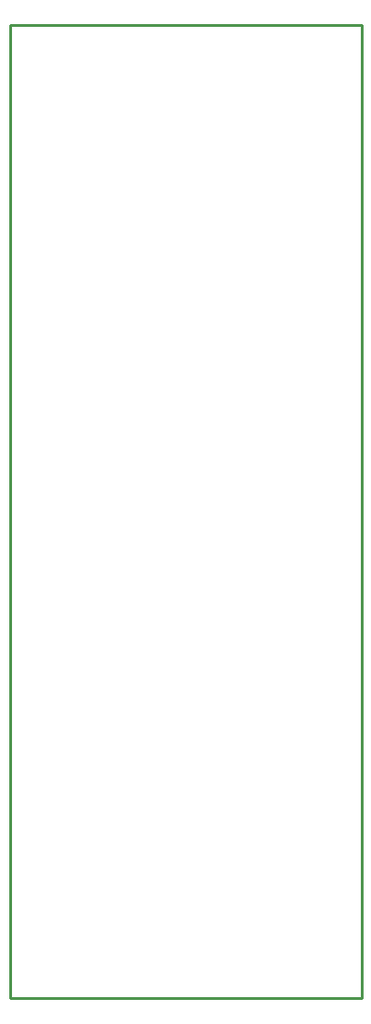
<source format=gko>
G04 Layer: BoardOutlineLayer*
G04 EasyEDA v6.5.42, 2024-03-10 10:04:45*
G04 fe9a7845ffe14e3b902077880b4d51a8,5a6b42c53f6a479593ecc07194224c93,10*
G04 Gerber Generator version 0.2*
G04 Scale: 100 percent, Rotated: No, Reflected: No *
G04 Dimensions in millimeters *
G04 leading zeros omitted , absolute positions ,4 integer and 5 decimal *
%FSLAX45Y45*%
%MOMM*%

%ADD10C,0.2540*%
D10*
X444500Y11836400D02*
G01*
X3657600Y11836400D01*
X3657600Y2946400D01*
X444500Y2946400D01*
X444500Y11836400D01*

%LPD*%
M02*

</source>
